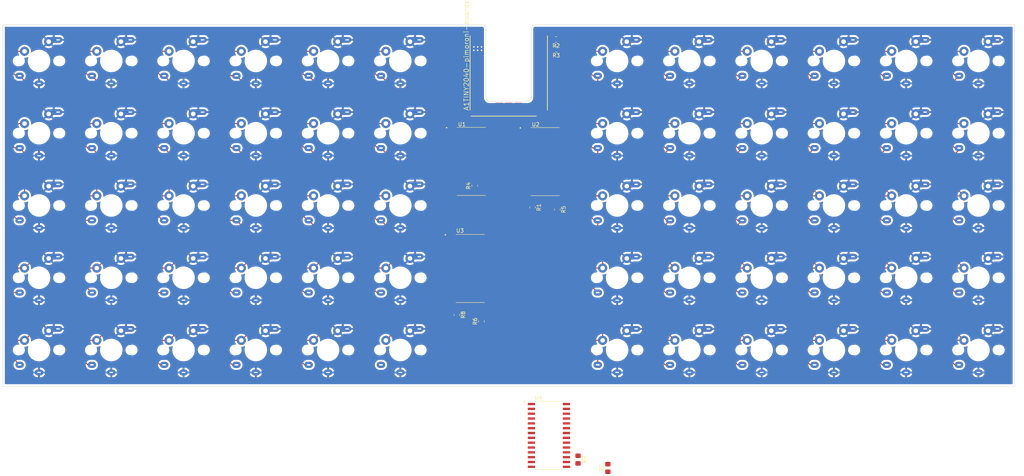
<source format=kicad_pcb>
(kicad_pcb (version 20211014) (generator pcbnew)
  (layers (0 "F.Cu" signal) (31 "B.Cu" power) (34 "B.Paste" user) (35 "F.Paste" user) (36 "B.SilkS" user "B.Silkscreen") (37 "F.SilkS" user "F.Silkscreen") (38 "B.Mask" user) (39 "F.Mask" user) (44 "Edge.Cuts" user))
  (net 0 "")
  (net 1 "/IIC_CLOCK")
  (net 2 "/IIC_DATA")
  (net 5 "/3v3")
  (net 15 "/GND")
  (net 20 "Net-(R1-Pad2)")
  (net 21 "Net-(R4-Pad1)")
  (net 22 "Net-(R5-Pad1)")
  (net 23 "Net-(R6-Pad1)")
  (net 24 "Net-(R7-Pad1)")
  (net 25 "Net-(R8-Pad2)")
  (net 26 "Net-(R9-Pad2)")
  (net 27 "/SW1")
  (net 28 "/SW2")
  (net 29 "/SW3")
  (net 30 "/SW4")
  (net 31 "/SW5")
  (net 32 "/SW6")
  (net 33 "/SW7")
  (net 34 "/SW8")
  (net 35 "/SW9")
  (net 36 "/SW10")
  (net 37 "/SW11")
  (net 38 "/SW12")
  (net 39 "/SW13")
  (net 40 "/SW14")
  (net 41 "/SW15")
  (net 42 "/SW16")
  (net 43 "/SW17")
  (net 44 "/SW18")
  (net 45 "/SW19")
  (net 46 "/SW20")
  (net 47 "/SW21")
  (net 48 "/SW22")
  (net 49 "/SW23")
  (net 50 "/SW24")
  (net 51 "/SW25")
  (net 52 "/SW26")
  (net 53 "/SW27")
  (net 54 "/SW28")
  (net 55 "/SW29")
  (net 56 "/SW30")
  (net 57 "/SW31")
  (net 58 "/SW32")
  (net 59 "/SW33")
  (net 60 "/SW34")
  (net 61 "/SW35")
  (net 62 "/SW36")
  (net 63 "/SW37")
  (net 64 "/SW38")
  (net 65 "/SW39")
  (net 66 "/SW40")
  (net 67 "/SW41")
  (net 68 "/SW42")
  (net 69 "/SW43")
  (net 70 "/SW44")
  (net 71 "/SW45")
  (net 72 "/SW46")
  (net 73 "/SW47")
  (net 74 "/SW48")
  (net 75 "/SW49")
  (net 76 "/SW50")
  (net 77 "/SW51")
  (net 78 "/SW52")
  (net 79 "/SW53")
  (net 80 "/SW54")
  (net 81 "/SW55")
  (net 82 "/SW56")
  (net 83 "/SW57")
  (net 84 "/SW58")
  (net 85 "/SW59")
  (net 86 "/SW60")
  (footprint "footprints:CherryMX_ChocV2_1u" (layer "F.Cu") (at 338.532 85.29)
    (fp_text reference "SW6" hide)
    (fp_text value "SW_MEC_5G" hide)
  )
  (footprint "Resistor_SMD:R_0805_2012Metric_Pad1.20x1.40mm_HandSolder" (layer "F.Cu") (at 227.502 79.646 180)
    (fp_text reference "R2")
    (fp_text value "4.7k")
  )
  (footprint "footprints:CherryMX_ChocV2_1u" (layer "F.Cu") (at 262.532 85.29)
    (fp_text reference "SW14" hide)
    (fp_text value "SW_MEC_5G" hide)
  )
  (footprint "footprints:CherryMX_ChocV2_1u" (layer "F.Cu") (at 186.532 85.29)
    (fp_text reference "SW1" hide)
    (fp_text value "SW_MEC_5G" hide)
  )
  (footprint "footprints:CherryMX_ChocV2_1u" (layer "F.Cu") (at 281.532 142.29)
    (fp_text reference "SW40" hide)
    (fp_text value "SW_MEC_5G" hide)
  )
  (footprint "footprints:CherryMX_ChocV2_1u" (layer "F.Cu") (at 319.532 85.29)
    (fp_text reference "SW8" hide)
    (fp_text value "SW_MEC_5G" hide)
  )
  (footprint "footprints:CherryMX_ChocV2_1u" (layer "F.Cu") (at 338.532 104.29)
    (fp_text reference "SW26" hide)
    (fp_text value "SW_MEC_5G" hide)
  )
  (footprint "Resistor_SMD:R_0805_2012Metric_Pad1.20x1.40mm_HandSolder" (layer "F.Cu") (at 206.1 118.1 90)
    (fp_text reference "R4")
    (fp_text value "10k")
  )
  (footprint "footprints:CherryMX_ChocV2_1u" (layer "F.Cu") (at 129.532 123.29)
    (fp_text reference "SW31" hide)
    (fp_text value "SW_MEC_5G" hide)
  )
  (footprint "footprints:CherryMX_ChocV2_1u" (layer "F.Cu") (at 262.532 123.29)
    (fp_text reference "SW22" hide)
    (fp_text value "SW_MEC_5G" hide)
  )
  (footprint "Resistor_SMD:R_0805_2012Metric_Pad1.20x1.40mm_HandSolder" (layer "F.Cu") (at 233.25 190.1 -90)
    (fp_text reference "R9")
    (fp_text value "10k")
  )
  (footprint "Resistor_SMD:R_0805_2012Metric_Pad1.20x1.40mm_HandSolder" (layer "F.Cu") (at 227.518 82.186 180)
    (fp_text reference "R3")
    (fp_text value "4.7k")
  )
  (footprint "footprints:CherryMX_ChocV2_1u" (layer "F.Cu") (at 338.532 123.29)
    (fp_text reference "SW46" hide)
    (fp_text value "SW_MEC_5G" hide)
  )
  (footprint "footprints:CherryMX_ChocV2_1u" (layer "F.Cu") (at 110.532 123.29)
    (fp_text reference "SW33" hide)
    (fp_text value "SW_MEC_5G" hide)
  )
  (footprint "footprints:CherryMX_ChocV2_1u" (layer "F.Cu") (at 319.532 142.29)
    (fp_text reference "SW36" hide)
    (fp_text value "SW_MEC_5G" hide)
  )
  (footprint "footprints:CherryMX_ChocV2_1u" (layer "F.Cu") (at 319.532 123.29)
    (fp_text reference "SW48" hide)
    (fp_text value "SW_MEC_5G" hide)
  )
  (footprint "footprints:CherryMX_ChocV2_1u" (layer "F.Cu") (at 167.532 104.29)
    (fp_text reference "SW15" hide)
    (fp_text value "SW_MEC_5G" hide)
  )
  (footprint "footprints:CherryMX_ChocV2_1u" (layer "F.Cu") (at 243.532 123.29)
    (fp_text reference "SW24" hide)
    (fp_text value "SW_MEC_5G" hide)
  )
  (footprint "footprints:CherryMX_ChocV2_1u" (layer "F.Cu") (at 186.532 123.29)
    (fp_text reference "SW25" hide)
    (fp_text value "SW_MEC_5G" hide)
  )
  (footprint "footprints:CherryMX_ChocV2_1u" (layer "F.Cu") (at 110.532 104.29)
    (fp_text reference "SW21" hide)
    (fp_text value "SW_MEC_5G" hide)
  )
  (footprint "footprints:CherryMX_ChocV2_1u" (layer "F.Cu") (at 319.532 104.29)
    (fp_text reference "SW28" hide)
    (fp_text value "SW_MEC_5G" hide)
  )
  (footprint "footprints:CherryMX_ChocV2_1u" (layer "F.Cu") (at 91.532 104.29)
    (fp_text reference "SW23" hide)
    (fp_text value "SW_MEC_5G" hide)
  )
  (footprint "footprints:CherryMX_ChocV2_1u" (layer "F.Cu") (at 300.532 123.29)
    (fp_text reference "SW18" hide)
    (fp_text value "SW_MEC_5G" hide)
  )
  (footprint "footprints:CherryMX_ChocV2_1u" (layer "F.Cu") (at 129.532 104.29)
    (fp_text reference "SW19" hide)
    (fp_text value "SW_MEC_5G" hide)
  )
  (footprint "footprints:CherryMX_ChocV2_1u" (layer "F.Cu") (at 300.532 161.29)
    (fp_text reference "SW56" hide)
    (fp_text value "SW_MEC_5G" hide)
  )
  (footprint "footprints:CherryMX_ChocV2_1u" (layer "F.Cu") (at 338.532 142.29)
    (fp_text reference "SW34" hide)
    (fp_text value "SW_MEC_5G" hide)
  )
  (footprint "footprints:CherryMX_ChocV2_1u" (layer "F.Cu") (at 300.532 142.29)
    (fp_text reference "SW38" hide)
    (fp_text value "SW_MEC_5G" hide)
  )
  (footprint "footprints:CherryMX_ChocV2_1u" (layer "F.Cu") (at 338.532 161.29)
    (fp_text reference "SW60" hide)
    (fp_text value "SW_MEC_5G" hide)
  )
  (footprint "footprints:CherryMX_ChocV2_1u" (layer "F.Cu") (at 148.532 85.29)
    (fp_text reference "SW5" hide)
    (fp_text value "SW_MEC_5G" hide)
  )
  (footprint "footprints:CherryMX_ChocV2_1u" (layer "F.Cu") (at 110.532 161.29)
    (fp_text reference "SW57" hide)
    (fp_text value "SW_MEC_5G" hide)
  )
  (footprint "footprints:pimoroni-boards-TINY2040" (layer "F.Cu") (at 215.032 78.29 -90)
    (fp_text reference "A1")
    (fp_text value "TINY2040-pimoroni-boards")
  )
  (footprint "footprints:CherryMX_ChocV2_1u" (layer "F.Cu") (at 262.532 104.29)
    (fp_text reference "SW4" hide)
    (fp_text value "SW_MEC_5G" hide)
  )
  (footprint "Resistor_SMD:R_0805_2012Metric_Pad1.20x1.40mm_HandSolder" (layer "F.Cu") (at 207.85 153.75 90)
    (fp_text reference "R6")
    (fp_text value "10k")
  )
  (footprint "footprints:CherryMX_ChocV2_1u" (layer "F.Cu") (at 243.532 85.29)
    (fp_text reference "SW16" hide)
    (fp_text value "SW_MEC_5G" hide)
  )
  (footprint "footprints:CherryMX_ChocV2_1u" (layer "F.Cu") (at 148.532 161.29)
    (fp_text reference "SW53" hide)
    (fp_text value "SW_MEC_5G" hide)
  )
  (footprint "footprints:SOIC127P1030X265-28N" (layer "F.Cu") (at 204.8875 139.85)
    (fp_text reference "U3")
    (fp_text value "MCP23017-E/SO")
  )
  (footprint "footprints:CherryMX_ChocV2_1u" (layer "F.Cu") (at 186.532 104.29)
    (fp_text reference "SW13" hide)
    (fp_text value "SW_MEC_5G" hide)
  )
  (footprint "footprints:CherryMX_ChocV2_1u" (layer "F.Cu") (at 281.532 123.29)
    (fp_text reference "SW20" hide)
    (fp_text value "SW_MEC_5G" hide)
  )
  (footprint "footprints:CherryMX_ChocV2_1u" (layer "F.Cu") (at 148.532 104.29)
    (fp_text reference "SW17" hide)
    (fp_text value "SW_MEC_5G" hide)
  )
  (footprint "footprints:CherryMX_ChocV2_1u" (layer "F.Cu") (at 243.532 142.29)
    (fp_text reference "SW44" hide)
    (fp_text value "SW_MEC_5G" hide)
  )
  (footprint "footprints:CherryMX_ChocV2_1u" (layer "F.Cu") (at 148.532 123.29)
    (fp_text reference "SW29" hide)
    (fp_text value "SW_MEC_5G" hide)
  )
  (footprint "footprints:CherryMX_ChocV2_1u" (layer "F.Cu") (at 167.532 123.29)
    (fp_text reference "SW27" hide)
    (fp_text value "SW_MEC_5G" hide)
  )
  (footprint "footprints:CherryMX_ChocV2_1u" (layer "F.Cu") (at 167.532 85.29)
    (fp_text reference "SW3" hide)
    (fp_text value "SW_MEC_5G" hide)
  )
  (footprint "footprints:CherryMX_ChocV2_1u" (layer "F.Cu") (at 110.532 85.29)
    (fp_text reference "SW9" hide)
    (fp_text value "SW_MEC_5G" hide)
  )
  (footprint "footprints:CherryMX_ChocV2_1u" (layer "F.Cu") (at 262.532 161.29)
    (fp_text reference "SW52" hide)
    (fp_text value "SW_MEC_5G" hide)
  )
  (footprint "Resistor_SMD:R_0805_2012Metric_Pad1.20x1.40mm_HandSolder" (layer "F.Cu") (at 241.1 192.3 90)
    (fp_text reference "R7")
    (fp_text value "10k")
  )
  (footprint "footprints:CherryMX_ChocV2_1u" (layer "F.Cu") (at 167.532 142.29)
    (fp_text reference "SW39" hide)
    (fp_text value "SW_MEC_5G" hide)
  )
  (footprint "footprints:CherryMX_ChocV2_1u" (layer "F.Cu") (at 281.532 85.29)
    (fp_text reference "SW12" hide)
    (fp_text value "SW_MEC_5G" hide)
  )
  (footprint "Resistor_SMD:R_0805_2012Metric_Pad1.20x1.40mm_HandSolder" (layer "F.Cu") (at 221.3 123.8 -90)
    (fp_text reference "R1")
    (fp_text value "10k")
  )
  (footprint "Resistor_SMD:R_0805_2012Metric_Pad1.20x1.40mm_HandSolder" (layer "F.Cu") (at 227.8 124.35 -90)
    (fp_text reference "R5")
    (fp_text value "10k")
  )
  (footprint "footprints:CherryMX_ChocV2_1u" (layer "F.Cu") (at 262.532 142.29)
    (fp_text reference "SW42" hide)
    (fp_text value "SW_MEC_5G" hide)
  )
  (footprint "footprints:CherryMX_ChocV2_1u" (layer "F.Cu") (at 91.532 123.29)
    (fp_text reference "SW35" hide)
    (fp_text value "SW_MEC_5G" hide)
  )
  (footprint "footprints:CherryMX_ChocV2_1u" (layer "F.Cu") (at 319.532 161.29)
    (fp_text reference "SW58" hide)
    (fp_text value "SW_MEC_5G" hide)
  )
  (footprint "footprints:CherryMX_ChocV2_1u" (layer "F.Cu") (at 300.532 85.29)
    (fp_text reference "SW10" hide)
    (fp_text value "SW_MEC_5G" hide)
  )
  (footprint "footprints:CherryMX_ChocV2_1u" (layer "F.Cu") (at 243.532 161.29)
    (fp_text reference "SW50" hide)
    (fp_text value "SW_MEC_5G" hide)
  )
  (footprint "footprints:CherryMX_ChocV2_1u" (layer "F.Cu") (at 167.532 161.29)
    (fp_text reference "SW51" hide)
    (fp_text value "SW_MEC_5G" hide)
  )
  (footprint "footprints:CherryMX_ChocV2_1u" (layer "F.Cu") (at 186.532 161.29)
    (fp_text reference "SW49" hide)
    (fp_text value "SW_MEC_5G" hide)
  )
  (footprint "footprints:CherryMX_ChocV2_1u" (layer "F.Cu") (at 129.532 142.29)
    (fp_text reference "SW43" hide)
    (fp_text value "SW_MEC_5G" hide)
  )
  (footprint "footprints:SOIC127P1030X265-28N" (layer "F.Cu") (at 225.6 183.75)
    (fp_text reference "U4")
    (fp_text value "MCP23017-E/SO")
  )
  (footprint "footprints:CherryMX_ChocV2_1u" (layer "F.Cu") (at 110.532 142.29)
    (fp_text reference "SW45" hide)
    (fp_text value "SW_MEC_5G" hide)
  )
  (footprint "footprints:SOIC127P1030X265-28N" (layer "F.Cu") (at 205.1875 111.7)
    (fp_text reference "U1")
    (fp_text value "MCP23017-E/SO")
  )
  (footprint "footprints:CherryMX_ChocV2_1u" (layer "F.Cu") (at 300.532 104.29)
    (fp_text reference "SW30" hide)
    (fp_text value "SW_MEC_5G" hide)
  )
  (footprint "footprints:CherryMX_ChocV2_1u" (layer "F.Cu") (at 129.532 161.29)
    (fp_text reference "SW55" hide)
    (fp_text value "SW_MEC_5G" hide)
  )
  (footprint "footprints:CherryMX_ChocV2_1u" (layer "F.Cu") (at 243.532 104.29)
    (fp_text reference "SW2" hide)
    (fp_text value "SW_MEC_5G" hide)
  )
  (footprint "footprints:SOIC127P1030X265-28N" (layer "F.Cu") (at 224.5875 111.75)
    (fp_text reference "U2")
    (fp_text value "MCP23017-E/SO")
  )
  (footprint "footprints:CherryMX_ChocV2_1u" (layer "F.Cu") (at 91.532 161.29)
    (fp_text reference "SW59" hide)
    (fp_text value "SW_MEC_5G" hide)
  )
  (footprint "footprints:CherryMX_ChocV2_1u" (layer "F.Cu") (at 129.532 85.29)
    (fp_text reference "SW7" hide)
    (fp_text value "SW_MEC_5G" hide)
  )
  (footprint "footprints:CherryMX_ChocV2_1u" (layer "F.Cu") (at 186.532 142.29)
    (fp_text reference "SW37" hide)
    (fp_text value "SW_MEC_5G" hide)
  )
  (footprint "footprints:CherryMX_ChocV2_1u" (layer "F.Cu") (at 281.532 161.29)
    (fp_text reference "SW54" hide)
    (fp_text value "SW_MEC_5G" hide)
  )
  (footprint "Resistor_SMD:R_0805_2012Metric_Pad1.20x1.40mm_HandSolder" (layer "F.Cu") (at 201.4 152.05 -90)
    (fp_text reference "R8")
    (fp_text value "10k")
  )
  (footprint "footprints:CherryMX_ChocV2_1u" (layer "F.Cu") (at 91.532 142.29)
    (fp_text reference "SW47" hide)
    (fp_text value "SW_MEC_5G" hide)
  )
  (footprint "footprints:CherryMX_ChocV2_1u" (layer "F.Cu") (at 91.532 85.29)
    (fp_text reference "SW11" hide)
    (fp_text value "SW_MEC_5G" hide)
  )
  (footprint "footprints:CherryMX_ChocV2_1u" (layer "F.Cu") (at 148.532 142.29)
    (fp_text reference "SW41" hide)
    (fp_text value "SW_MEC_5G" hide)
  )
  (footprint "footprints:CherryMX_ChocV2_1u" (layer "F.Cu") (at 281.532 104.29)
    (fp_text reference "SW32" hide)
    (fp_text value "SW_MEC_5G" hide)
  )
  (gr_line (start 221.969752 75.789544) (end 348.031752 75.789544) (layer "Edge.Cuts") (width 0.1))
  (gr_line (start 348.031752 170.789544) (end 82.031752 170.789544) (layer "Edge.Cuts") (width 0.1))
  (gr_arc (start 208.031752 75.789544) (mid 208.738859 76.082437) (end 209.031752 76.789544) (layer "Edge.Cuts") (width 0.1))
  (gr_line (start 219.931752 95.855544) (end 219.969752 95.855544) (layer "Edge.Cuts") (width 0.1))
  (gr_line (start 209.031752 76.789544) (end 209.031752 94.789544) (layer "Edge.Cuts") (width 0.1))
  (gr_line (start 208.031752 75.789544) (end 82.031752 75.789544) (layer "Edge.Cuts") (width 0.1))
  (gr_arc (start 220.969752 76.789544) (mid 221.262645 76.082437) (end 221.969752 75.789544) (layer "Edge.Cuts") (width 0.1))
  (gr_line (start 348.031752 75.789544) (end 348.031752 170.789544) (layer "Edge.Cuts") (width 0.1))
  (gr_line (start 210.031752 95.855544) (end 219.931752 95.855544) (layer "Edge.Cuts") (width 0.1))
  (gr_line (start 82.031752 170.789544) (end 82.031752 75.789544) (layer "Edge.Cuts") (width 0.1))
  (gr_line (start 220.969752 76.789544) (end 220.969752 94.855544) (layer "Edge.Cuts") (width 0.1))
  (gr_line (start 209.031752 94.855544) (end 209.031752 94.789544) (layer "Edge.Cuts") (width 0.1))
  (gr_arc (start 210.031752 95.855544) (mid 209.324645 95.562651) (end 209.031752 94.855544) (layer "Edge.Cuts") (width 0.1))
  (gr_arc (start 220.969752 94.855544) (mid 220.676859 95.562651) (end 219.969752 95.855544) (layer "Edge.Cuts") (width 0.1))
  (segment (start 204.56 84.64) (end 206.86336 84.64) (width 0.5) (layer "F.Cu") (net 5))
  (segment (start 202.9 86.3) (end 204.56 84.64) (width 0.5) (layer "F.Cu") (net 5))
  (via (at 205.869752 82.489544) (size 0.8) (drill 0.4) (layers "F.Cu" "B.Cu") (net 15))
  (via (at 207.869752 82.489544) (size 0.8) (drill 0.4) (layers "F.Cu" "B.Cu") (net 15))
  (via (at 206.869752 81.589544) (size 0.8) (drill 0.4) (layers "F.Cu" "B.Cu") (net 15))
  (via (at 206.869752 82.489544) (size 0.8) (drill 0.4) (layers "F.Cu" "B.Cu") (net 15))
  (via (at 207.869752 81.589544) (size 0.8) (drill 0.4) (layers "F.Cu" "B.Cu") (net 15))
  (via (at 205.869752 81.589544) (size 0.8) (drill 0.4) (layers "F.Cu" "B.Cu") (net 15))
  (segment (start 184.807 92.565) (end 187.385 92.565) (width 0.25) (layer "F.Cu") (net 27))
  (segment (start 187.385 92.565) (end 193.15 92.565) (width 0.25) (layer "F.Cu") (net 27))
  (segment (start 182.722 82.75) (end 179.739479 82.75) (width 0.25) (layer "F.Cu") (net 27))
  (segment (start 181.732 89.19) (end 181.432 89.19) (width 0.25) (layer "F.Cu") (net 27))
  (segment (start 187.385 92.565) (end 187.735 92.565) (width 0.25) (layer "F.Cu") (net 27))
  (segment (start 179.069752 87.789544) (end 180.470208 89.19) (width 0.25) (layer "F.Cu") (net 27))
  (segment (start 179.739479 82.75) (end 179.069752 83.419727) (width 0.25) (layer "F.Cu") (net 27))
  (segment (start 179.069752 83.419727) (end 179.069752 87.789544) (width 0.25) (layer "F.Cu") (net 27))
  (segment (start 180.470208 89.19) (end 181.432 89.19) (width 0.25) (layer "F.Cu") (net 27))
  (segment (start 181.432 89.19) (end 184.807 92.565) (width 0.25) (layer "F.Cu") (net 27))
  (segment (start 236.09474 102.39474) (end 235.929752 102.559727) (width 0.25) (layer "F.Cu") (net 28))
  (segment (start 237.465 111.565) (end 236.8 111.565) (width 0.25) (layer "F.Cu") (net 28))
  (segment (start 236.739479 101.75) (end 236.09474 102.39474) (width 0.25) (layer "F.Cu") (net 28))
  (segment (start 238.432 110.598) (end 237.465 111.565) (width 0.25) (layer "F.Cu") (net 28))
  (segment (start 235.929752 106.969544) (end 237.150208 108.19) (width 0.25) (layer "F.Cu") (net 28))
  (segment (start 237.150208 108.19) (end 238.432 108.19) (width 0.25) (layer "F.Cu") (net 28))
  (segment (start 238.432 108.19) (end 238.432 110.598) (width 0.25) (layer "F.Cu") (net 28))
  (segment (start 239.722 101.75) (end 236.739479 101.75) (width 0.25) (layer "F.Cu") (net 28))
  (segment (start 235.929752 102.559727) (end 235.929752 106.969544) (width 0.25) (layer "F.Cu") (net 28))
  (segment (start 163.722 82.75) (end 160.739479 82.75) (width 0.25) (layer "F.Cu") (net 29))
  (segment (start 160.069752 87.789544) (end 161.470208 89.19) (width 0.25) (layer "F.Cu") (net 29))
  (segment (start 162.432 89.19) (end 166.257 93.015) (width 0.25) (layer "F.Cu") (net 29))
  (segment (start 187.75 93.015) (end 193.15 93.015) (width 0.25) (layer "F.Cu") (net 29))
  (segment (start 161.470208 89.19) (end 162.432 89.19) (width 0.25) (layer "F.Cu") (net 29))
  (segment (start 160.069752 83.419727) (end 160.069752 87.789544) (width 0.25) (layer "F.Cu") (net 29))
  (segment (start 160.739479 82.75) (end 160.069752 83.419727) (width 0.25) (layer "F.Cu") (net 29))
  (segment (start 166.257 93.015) (end 187.75 93.015) (width 0.25) (layer "F.Cu") (net 29))
  (segment (start 253.607 112.015) (end 236.8 112.015) (width 0.25) (layer "F.Cu") (net 30))
  (segment (start 257.432 108.19) (end 253.607 112.015) (width 0.25) (layer "F.Cu") (net 30))
  (segment (start 254.889752 102.599727) (end 254.889752 106.849544) (width 0.25) (layer "F.Cu") (net 30))
  (segment (start 255.739479 101.75) (end 254.889752 102.599727) (width 0.25) (layer "F.Cu") (net 30))
  (segment (start 254.889752 106.849544) (end 256.230208 108.19) (width 0.25) (layer "F.Cu") (net 30))
  (segment (start 258.722 101.75) (end 255.739479 101.75) (width 0.25) (layer "F.Cu") (net 30))
  (segment (start 256.230208 108.19) (end 257.432 108.19) (width 0.25) (layer "F.Cu") (net 30))
  (segment (start 187.715 93.465) (end 193.15 93.465) (width 0.25) (layer "F.Cu") (net 31))
  (segment (start 144.722 82.75) (end 141.739479 82.75) (width 0.25) (layer "F.Cu") (net 31))
  (segment (start 140.969752 83.519727) (end 140.969752 88.089544) (width 0.25) (layer "F.Cu") (net 31))
  (segment (start 143.432 89.19) (end 147.707 93.465) (width 0.25) (layer "F.Cu") (net 31))
  (segment (start 142.070208 89.19) (end 143.432 89.19) (width 0.25) (layer "F.Cu") (net 31))
  (segment (start 147.707 93.465) (end 187.715 93.465) (width 0.25) (layer "F.Cu") (net 31))
  (segment (start 140.969752 88.089544) (end 142.070208 89.19) (width 0.25) (layer "F.Cu") (net 31))
  (segment (start 187.715 93.465) (end 187.75 93.465) (width 0.25) (layer "F.Cu") (net 31))
  (segment (start 141.739479 82.75) (end 140.969752 83.519727) (width 0.25) (layer "F.Cu") (net 31))
  (segment (start 331.739479 82.75) (end 331.019752 83.469727) (width 0.25) (layer "F.Cu") (net 32))
  (segment (start 331.019752 87.749544) (end 332.460208 89.19) (width 0.25) (layer "F.Cu") (net 32))
  (segment (start 327.772 94.85) (end 236.6 94.85) (width 0.25) (layer "F.Cu") (net 32))
  (segment (start 334.722 82.75) (end 331.739479 82.75) (width 0.25) (layer "F.Cu") (net 32))
  (segment (start 331.019752 83.469727) (end 331.019752 87.749544) (width 0.25) (layer "F.Cu") (net 32))
  (segment (start 333.432 89.19) (end 327.772 94.85) (width 0.25) (layer "F.Cu") (net 32))
  (segment (start 332.460208 89.19) (end 333.432 89.19) (width 0.25) (layer "F.Cu") (net 32))
  (segment (start 122.069752 87.689544) (end 123.570208 89.19) (width 0.25) (layer "F.Cu") (net 33))
  (segment (start 124.432 89.19) (end 129.157 93.915) (width 0.25) (layer "F.Cu") (net 33))
  (segment (start 122.069752 83.419727) (end 122.069752 87.689544) (width 0.25) (layer "F.Cu") (net 33))
  (segment (start 122.739479 82.75) (end 122.069752 83.419727) (width 0.25) (layer "F.Cu") (net 33))
  (segment (start 125.722 82.75) (end 122.739479 82.75) (width 0.25) (layer "F.Cu") (net 33))
  (segment (start 187.75 93.915) (end 193.15 93.915) (width 0.25) (layer "F.Cu") (net 33))
  (segment (start 123.570208 89.19) (end 124.432 89.19) (width 0.25) (layer "F.Cu") (net 33))
  (segment (start 129.157 93.915) (end 187.75 93.915) (width 0.25) (layer "F.Cu") (net 33))
  (segment (start 315.722 82.75) (end 312.739479 82.75) (width 0.25) (layer "F.Cu") (net 34))
  (segment (start 312.739479 82.75) (end 311.929752 83.559727) (width 0.25) (layer "F.Cu") (net 34))
  (segment (start 313.370208 89.19) (end 314.432 89.19) (width 0.25) (layer "F.Cu") (net 34))
  (segment (start 309.222 94.4) (end 237 94.4) (width 0.25) (layer "F.Cu") (net 34))
  (segment (start 311.929752 83.559727) (end 311.929752 87.749544) (width 0.25) (layer "F.Cu") (net 34))
  (segment (start 311.929752 87.749544) (end 313.370208 89.19) (width 0.25) (layer "F.Cu") (net 34))
  (segment (start 314.432 89.19) (end 309.222 94.4) (width 0.25) (layer "F.Cu") (net 34))
  (segment (start 237 94.4) (end 236.6 94.4) (width 0.25) (layer "F.Cu") (net 34))
  (segment (start 105.432 89.19) (end 110.607 94.365) (width 0.25) (layer "F.Cu") (net 35))
  (segment (start 104.570208 89.19) (end 105.432 89.19) (width 0.25) (layer "F.Cu") (net 35))
  (segment (start 103.739479 82.75) (end 103.069752 83.419727) (width 0.25) (layer "F.Cu") (net 35))
  (segment (start 103.069752 87.689544) (end 104.570208 89.19) (width 0.25) (layer "F.Cu") (net 35))
  (segment (start 103.069752 83.419727) (end 103.069752 87.689544) (width 0.25) (layer "F.Cu") (net 35))
  (segment (start 187.75 94.365) (end 193.15 94.365) (width 0.25) (layer "F.Cu") (net 35))
  (segment (start 106.722 82.75) (end 103.739479 82.75) (width 0.25) (layer "F.Cu") (net 35))
  (segment (start 110.607 94.365) (end 187.75 94.365) (width 0.25) (layer "F.Cu") (net 35))
  (segment (start 295.432 89.19) (end 295.132 89.19) (width 0.25) (layer "F.Cu") (net 36))
  (segment (start 293.739479 82.75) (end 292.939752 83.549727) (width 0.25) (layer "F.Cu") (net 36))
  (segment (start 290.372 93.95) (end 236.6 93.95) (width 0.25) (layer "F.Cu") (net 36))
  (segment (start 294.340208 89.19) (end 295.432 89.19) (width 0.25) (layer "F.Cu") (net 36))
  (segment (start 292.939752 87.789544) (end 294.340208 89.19) (width 0.25) (layer "F.Cu") (net 36))
  (segment (start 296.722 82.75) (end 293.739479 82.75) (width 0.25) (layer "F.Cu") (net 36))
  (segment (start 295.132 89.19) (end 290.372 93.95) (width 0.25) (layer "F.Cu") (net 36))
  (segment (start 292.939752 83.549727) (end 292.939752 87.789544) (width 0.25) (layer "F.Cu") (net 36))
  (segment (start 87.722 82.75) (end 85.95 82.75) (width 0.25) (layer "F.Cu") (net 37))
  (segment (start 85.95 82.75) (end 84.3 84.4) (width 0.25) (layer "F.Cu") (net 37))
  (segment (start 84.3 84.4) (end 84.3 88.019792) (width 0.25) (layer "F.Cu") (net 37))
  (segment (start 86.432 89.19) (end 92.057 94.815) (width 0.25) (layer "F.Cu") (net 37))
  (segment (start 84.3 88.019792) (end 85.470208 89.19) (width 0.25) (layer "F.Cu") (net 37))
  (segment (start 92.057 94.815) (end 193.115 94.815) (width 0.25) (layer "F.Cu") (net 37))
  (segment (start 85.470208 89.19) (end 86.432 89.19) (width 0.25) (layer "F.Cu") (net 37))
  (segment (start 276.432 89.268) (end 276.432 89.19) (width 0.25) (layer "F.Cu") (net 38))
  (segment (start 273.899752 83.589727) (end 273.899752 87.939544) (width 0.25) (layer "F.Cu") (net 38))
  (segment (start 277.722 82.75) (end 274.739479 82.75) (width 0.25) (layer "F.Cu") (net 38))
  (segment (start 237.2 93.5) (end 236.8 93.5) (width 0.25) (layer "F.Cu") (net 38))
  (segment (start 273.899752 87.939544) (end 275.150208 89.19) (width 0.25) (layer "F.Cu") (net 38))
  (segment (start 237.2 93.5) (end 237 93.5) (width 0.25) (layer "F.Cu") (net 38))
  (segment (start 275.150208 89.19) (end 276.432 89.19) (width 0.25) (layer "F.Cu") (net 38))
  (segment (start 274.739479 82.75) (end 273.899752 83.589727) (width 0.25) (layer "F.Cu") (net 38))
  (segment (start 237.2 93.5) (end 236.6 93.5) (width 0.25) (layer "F.Cu") (net 38))
  (segment (start 276.432 89.19) (end 272.122 93.5) (width 0.25) (layer "F.Cu") (net 38))
  (segment (start 272.122 93.5) (end 237.2 93.5) (width 0.25) (layer "F.Cu") (net 38))
  (segment (start 179.739479 101.75) (end 179.129752 102.359727) (width 0.25) (layer "F.Cu") (net 39))
  (segment (start 180.570208 108.19) (end 181.432 108.19) (width 0.25) (layer "F.Cu") (net 39))
  (segment (start 184.807 111.565) (end 188.065 111.565) (width 0.25) (layer "F.Cu") (net 39))
  (segment (start 179.129752 102.359727) (end 179.129752 106.749544) (width 0.25) (layer "F.Cu") (net 39))
  (segment (start 179.129752 106.749544) (end 180.570208 108.19) (width 0.25) (layer "F.Cu") (net 39))
  (segment (start 181.432 108.651792) (end 181.432 108.19) (width 0.25) (layer "F.Cu") (net 39))
  (segment (start 181.432 108.19) (end 184.807 111.565) (width 0.25) (layer "F.Cu") (net 39))
  (segment (start 182.722 101.75) (end 179.739479 101.75) (width 0.25) (layer "F.Cu") (net 39))
  (segment (start 188.065 111.565) (end 193.05 111.565) (width 0.25) (layer "F.Cu") (net 39))
  (segment (start 256.350208 89.19) (end 257.432 89.19) (width 0.25) (layer "F.Cu") (net 40))
  (segment (start 257.132 89.19) (end 253.272 93.05) (width 0.25) (layer "F.Cu") (net 40))
  (segment (start 254.959752 87.799544) (end 256.350208 89.19) (width 0.25) (layer "F.Cu") (net 40))
  (segment (start 258.722 82.75) (end 255.739479 82.75) (width 0.25) (layer "F.Cu") (net 40))
  (segment (start 255.739479 82.75) (end 254.959752 83.529727) (width 0.25) (layer "F.Cu") (net 40))
  (segment (start 253.272 93.05) (end 236.6 93.05) (width 0.25) (layer "F.Cu") (net 40))
  (segment (start 257.132 89.19) (end 257.432 89.19) (width 0.25) (layer "F.Cu") (net 40))
  (segment (start 254.959752 83.529727) (end 254.959752 87.799544) (width 0.25) (layer "F.Cu") (net 40))
  (segment (start 163.722 101.75) (end 160.739479 101.75) (width 0.25) (layer "F.Cu") (net 41))
  (segment (start 160.739479 101.75) (end 160.019752 102.469727) (width 0.25) (layer "F.Cu") (net 41))
  (segment (start 160.019752 106.829544) (end 161.380208 108.19) (width 0.25) (layer "F.Cu") (net 41))
  (segment (start 187.75 112.015) (end 188.1 112.015) (width 0.25) (layer "F.Cu") (net 41))
  (segment (start 188.1 112.015) (end 193.05 112.015) (width 0.25) (layer "F.Cu") (net 41))
  (segment (start 162.432 108.19) (end 166.257 112.015) (width 0.25) (layer "F.Cu") (net 41))
  (segment (start 162.432 108.19) (end 162.732 108.19) (width 0.25) (layer "F.Cu") (net 41))
  (segment (start 160.019752 102.469727) (end 160.019752 106.829544) (width 0.25) (layer "F.Cu") (net 41))
  (segment (start 161.380208 108.19) (end 162.432 108.19) (width 0.25) (layer "F.Cu") (net 41))
  (segment (start 166.257 112.015) (end 187.75 112.015) (width 0.25) (layer "F.Cu") (net 41))
  (segment (start 238.432 89.19) (end 238.432 91.598) (width 0.25) (layer "F.Cu") (net 42))
  (segment (start 238.432 91.598) (end 237.465 92.565) (width 0.25) (layer "F.Cu") (net 42))
  (segment (start 237.43 92.6) (end 236.6 92.6) (width 0.25) (layer "F.Cu") (net 42))
  (segment (start 239.722 82.75) (end 236.739479 82.75) (width 0.25) (layer "F.Cu") (net 42))
  (segment (start 237.210208 89.19) (end 238.432 89.19) (width 0.25) (layer "F.Cu") (net 42))
  (segment (start 236.739479 82.75) (end 235.869752 83.619727) (width 0.25) (layer "F.Cu") (net 42))
  (segment (start 235.869752 83.619727) (end 235.869752 87.849544) (width 0.25) (layer "F.Cu") (net 42))
  (segment (start 237.465 92.565) (end 237.43 92.6) (width 0.25) (layer "F.Cu") (net 42))
  (segment (start 235.869752 87.849544) (end 237.210208 89.19) (width 0.25) (layer "F.Cu") (net 42))
  (segment (start 140.969752 102.519727) (end 140.969752 106.909544) (width 0.25) (layer "F.Cu") (net 43))
  (segment (start 144.722 101.75) (end 141.739479 101.75) (width 0.25) (layer "F.Cu") (net 43))
  (segment (start 140.969752 106.909544) (end 142.250208 108.19) (width 0.25) (layer "F.Cu") (net 43))
  (segment (start 147.707 112.465) (end 188.1 112.465) (width 0.25) (layer "F.Cu") (net 43))
  (segment (start 142.250208 108.19) (end 143.432 108.19) (width 0.25) (layer "F.Cu") (net 43))
  (segment (start 188.1 112.465) (end 193.05 112.465) (width 0.25) (layer "F.Cu") (net 43))
  (segment (start 143.432 108.19) (end 147.707 112.465) (width 0.25) (layer "F.Cu") (net 43))
  (segment (start 143.432 108.19) (end 143.732 108.19) (width 0.25) (layer "F.Cu") (net 43))
  (segment (start 141.739479 101.75) (end 140.969752 102.519727) (width 0.25) (layer "F.Cu") (net 43))
  (segment (start 294.410208 127.19) (end 295.432 127.19) (width 0.25) (layer "F.Cu") (net 44))
  (segment (start 296.722 120.75) (end 293.739479 120.75) (width 0.25) (layer "F.Cu") (net 44))
  (segment (start 293.039752 125.819544) (end 294.410208 127.19) (width 0.25) (layer "F.Cu") (net 44))
  (segment (start 293.039752 121.449727) (end 293.039752 125.819544) (width 0.25) (layer "F.Cu") (net 44))
  (segment (start 293.739479 120.75) (end 293.039752 121.449727) (width 0.25) (layer "F.Cu") (net 44))
  (segment (start 291.137 115.165) (end 236.8 115.165) (width 0.25) (layer "F.Cu") (net 44))
  (segment (start 296.722 120.75) (end 291.137 115.165) (width 0.25) (layer "F.Cu") (net 44))
  (segment (start 124.432 108.19) (end 129.157 112.915) (width 0.25) (layer "F.Cu") (net 45))
  (segment (start 124.432 108.951792) (end 124.432 108.19) (width 0.25) (layer "F.Cu") (net 45))
  (segment (start 121.879752 102.609727) (end 121.879752 106.859544) (width 0.25) (layer "F.Cu") (net 45))
  (segment (start 125.722 101.75) (end 122.739479 101.75) (width 0.25) (layer "F.Cu") (net 45))
  (segment (start 129.157 112.915) (end 188.1 112.915) (width 0.25) (layer "F.Cu") (net 45))
  (segment (start 122.739479 101.75) (end 121.879752 102.609727) (width 0.25) (layer "F.Cu") (net 45))
  (segment (start 123.210208 108.19) (end 124.432 108.19) (width 0.25) (layer "F.Cu") (net 45))
  (segment (start 121.879752 106.859544) (end 123.210208 108.19) (width 0.25) (layer "F.Cu") (net 45))
  (segment (start 188.1 112.915) (end 193.05 112.915) (width 0.25) (layer "F.Cu") (net 45))
  (segment (start 273.899752 125.879544) (end 275.210208 127.19) (width 0.25) (layer "F.Cu") (net 46))
  (segment (start 273.899752 121.589727) (end 273.899752 125.879544) (width 0.25) (layer "F.Cu") (net 46))
  (segment (start 277.722 120.75) (end 274.739479 120.75) (width 0.25) (layer "F.Cu") (net 46))
  (segment (start 276.432 127.19) (end 272.157 131.465) (width 0.25) (layer "F.Cu") (net 46))
  (segment (start 272.157 131.465) (end 236.6 131.465) (width 0.25) (layer "F.Cu") (net 46))
  (segment (start 275.210208 127.19) (end 276.432 127.19) (width 0.25) (layer "F.Cu") (net 46))
  (segment (start 274.739479 120.75) (end 273.899752 121.589727) (width 0.25) (layer "F.Cu") (net 46))
  (segment (start 103.059752 102.429727) (end 103.059752 106.909544) (width 0.25) (layer "F.Cu") (net 47))
  (segment (start 104.340208 108.19) (end 105.432 108.19) (width 0.25) (layer "F.Cu") (net 47))
  (segment (start 188.1 113.365) (end 193.05 113.365) (width 0.25) (layer "F.Cu") (net 47))
  (segment (start 105.432 108.651792) (end 105.432 108.19) (width 0.25) (layer "F.Cu") (net 47))
  (segment (start 103.739479 101.75) (end 103.059752 102.429727) (width 0.25) (layer "F.Cu") (net 47))
  (segment (start 110.607 113.365) (end 188.1 113.365) (width 0.25) (layer "F.Cu") (net 47))
  (segment (start 105.432 108.19) (end 110.607 113.365) (width 0.25) (layer "F.Cu") (net 47))
  (segment (start 103.059752 106.909544) (end 104.340208 108.19) (width 0.25) (layer "F.Cu") (net 47))
  (segment (start 106.722 101.75) (end 103.739479 101.75) (width 0.25) (layer "F.Cu") (net 47))
  (segment (start 237.048604 131.015) (end 236.6 131.015) (width 0.25) (layer "F.Cu") (net 48))
  (segment (start 255.089752 125.739544) (end 256.540208 127.19) (width 0.25) (layer "F.Cu") (net 48))
  (segment (start 255.739479 120.75) (end 255.089752 121.399727) (width 0.25) (layer "F.Cu") (net 48))
  (segment (start 256.540208 127.19) (end 257.432 127.19) (width 0.25) (layer "F.Cu") (net 48))
  (segment (start 257.432 127.19) (end 253.607 131.015) (width 0.25) (layer "F.Cu") (net 48))
  (segment (start 258.722 120.75) (end 255.739479 120.75) (width 0.25) (layer "F.Cu") (net 48))
  (segment (start 255.089752 121.399727) (end 255.089752 125.739544) (width 0.25) (layer "F.Cu") (net 48))
  (segment (start 253.607 131.015) (end 237.048604 131.015) (width 0.25) (layer "F.Cu") (net 48))
  (segment (start 84.295104 103.704896) (end 84.295104 107.304896) (width 0.25) (layer "F.Cu") (net 49))
  (segment (start 85.180208 108.19) (end 86.432 108.19) (width 0.25) (layer "F.Cu") (net 49))
  (segment (start 86.25 101.75) (end 84.295104 103.704896) (width 0.25) (layer "F.Cu") (net 49))
  (segment (start 87.722 101.75) (end 86.25 101.75) (width 0.25) (layer "F.Cu") (net 49))
  (segment (start 86.432 108.251792) (end 86.432 108.19) (width 0.25) (layer "F.Cu") (net 49))
  (segment (start 84.295104 107.304896) (end 85.180208 108.19) (width 0.25) (layer "F.Cu") (net 49))
  (segment (start 188.1 113.815) (end 193.05 113.815) (width 0.25) (layer "F.Cu") (net 49))
  (segment (start 86.432 108.19) (end 92.057 113.815) (width 0.25) (layer "F.Cu") (net 49))
  (segment (start 92.057 113.815) (end 188.1 113.815) (width 0.25) (layer "F.Cu") (net 49))
  (segment (start 237.510208 127.19) (end 238.432 127.19) (width 0.25) (layer "F.Cu") (net 50))
  (segment (start 239.722 120.75) (end 236.739479 120.75) (width 0.25) (layer "F.Cu") (net 50))
  (segment (start 238.432 129.368) (end 237.235 130.565) (width 0.25) (layer "F.Cu") (net 50))
  (segment (start 238.432 127.19) (end 238.432 129.368) (width 0.25) (layer "F.Cu") (net 50))
  (segment (start 239.722 120.75) (end 237 120.75) (width 0.25) (layer "F.Cu") (net 50))
  (segment (start 236.129752 121.359727) (end 236.129752 125.809544) (width 0.25) (layer "F.Cu") (net 50))
  (segment (start 236.129752 125.809544) (end 237.510208 127.19) (width 0.25) (layer "F.Cu") (net 50))
  (segment (start 237.235 130.565) (end 236.6 130.565) (width 0.25) (layer "F.Cu") (net 50))
  (segment (start 236.739479 120.75) (end 236.129752 121.359727) (width 0.25) (layer "F.Cu") (net 50))
  (segment (start 182.722 120.75) (end 179.739479 120.75) (width 0.25) (layer "F.Cu") (net 51))
  (segment (start 180.450208 127.19) (end 181.432 127.19) (width 0.25) (layer "F.Cu") (net 51))
  (segment (start 179.739479 120.75) (end 179.069752 121.419727) (width 0.25) (layer "F.Cu") (net 51))
  (segment (start 179.069752 125.809544) (end 180.450208 127.19) (width 0.25) (layer "F.Cu") (net 51))
  (segment (start 184.807 130.565) (end 187.35 130.565) (width 0.25) (layer "F.Cu") (net 51))
  (segment (start 181.432 127.19) (end 184.807 130.565) (width 0.25) (layer "F.Cu") (net 51))
  (segment (start 187.35 130.565) (end 193.085 130.565) (width 0.25) (layer "F.Cu") (net 51))
  (segment (start 179.069752 121.419727) (end 179.069752 125.809544) (width 0.25) (layer "F.Cu") (net 51))
  (segment (start 328.285 113.815) (end 236.8 113.815) (width 0.25) (layer "F.Cu") (net 52))
  (segment (start 333.432 108.668) (end 328.285 113.815) (width 0.25) (layer "F.Cu") (net 52))
  (segment (start 331.739479 101.75) (end 331.039752 102.449727) (width 0.25) (layer "F.Cu") (net 52))
  (segment (start 332.360208 108.19) (end 333.432 108.19) (width 0.25) (layer "F.Cu") (net 52))
  (segment (start 331.039752 102.449727) (end 331.039752 106.869544) (width 0.25) (layer "F.Cu") (net 52))
  (segment (start 334.722 101.75) (end 331.739479 101.75) (width 0.25) (layer "F.Cu") (net 52))
  (segment (start 331.039752 106.869544) (end 332.360208 108.19) (width 0.25) (layer "F.Cu") (net 52))
  (segment (start 333.432 108.19) (end 333.432 108.668) (width 0.25) (layer "F.Cu") (net 52))
  (segment (start 163.722 120.75) (end 161.194751 120.75) (width 0.25) (layer "F.Cu") (net 53))
  (segment (start 166.257 131.015) (end 193.1 131.015) (width 0.25) (layer "F.Cu") (net 53))
  (segment (start 159.55448 124.594272) (end 162.150208 127.19) (width 0.25) (layer "F.Cu") (net 53))
  (segment (start 159.55448 122.390271) (end 159.55448 124.594272) (width 0.25) (layer "F.Cu") (net 53))
  (segment (start 162.150208 127.19) (end 162.432 127.19) (width 0.25) (layer "F.Cu") (net 53))
  (segment (start 162.432 127.19) (end 162.432 127.351792) (width 0.25) (layer "F.Cu") (net 53))
  (segment (start 161.194751 120.75) (end 159.55448 122.390271) (width 0.25) (layer "F.Cu") (net 53))
  (segment (start 162.432 127.19) (end 166.257 131.015) (width 0.25) (layer "F.Cu") (net 53))
  (segment (start 312.739479 101.75) (end 311.949752 102.539727) (width 0.25) (layer "F.Cu") (net 54))
  (segment (start 311.949752 102.539727) (end 311.949752 106.849544) (width 0.25) (layer "F.Cu") (net 54))
  (segment (start 315.722 101.75) (end 312.739479 101.75) (width 0.25) (layer "F.Cu") (net 54))
  (segment (start 311.949752 106.849544) (end 313.290208 108.19) (width 0.25) (layer "F.Cu") (net 54))
  (segment (start 313.290208 108.19) (end 314.432 108.19) (width 0.25) (layer "F.Cu") (net 54))
  (segment (start 309.257 113.365) (end 236.8 113.365) (width 0.25) (layer "F.Cu") (net 54))
  (segment (start 314.432 108.19) (end 309.257 113.365) (width 0.25) (layer "F.Cu") (net 54))
  (segment (start 139.689752 122.799727) (end 139.689752 125.049544) (width 0.25) (layer "F.Cu") (net 55))
  (segment (start 143.432 127.19) (end 147.707 131.465) (width 0.25) (layer "F.Cu") (net 55))
  (segment (start 144.722 120.75) (end 141.739479 120.75) (width 0.25) (layer "F.Cu") (net 55))
  (segment (start 139.689752 125.049544) (end 141.830208 127.19) (width 0.25) (layer "F.Cu") (net 55))
  (segment (start 141.830208 127.19) (end 143.432 127.19) (width 0.25) (layer "F.Cu") (net 55))
  (segment (start 143.432 127.19) (end 143.732 127.19) (width 0.25) (layer "F.Cu") (net 55))
  (segment (start 147.707 131.465) (end 193.1 131.465) (width 0.25) (layer "F.Cu") (net 55))
  (segment (start 141.739479 120.75) (end 139.689752 122.799727) (width 0.25) (layer "F.Cu") (net 55))
  (segment (start 292.989752 106.739544) (end 294.440208 108.19) (width 0.25) (layer "F.Cu") (net 56))
  (segment (start 296.722 101.75) (end 293.739479 101.75) (width 0.25) (layer "F.Cu") (net 56))
  (segment (start 290.707 112.915) (end 236.8 112.915) (width 0.25) (layer "F.Cu") (net 56))
  (segment (start 292.989752 102.499727) (end 292.989752 106.739544) (width 0.25) (layer "F.Cu") (net 56))
  (segment (start 295.432 108.19) (end 290.707 112.915) (width 0.25) (layer "F.Cu") (net 56))
  (segment (start 293.739479 101.75) (end 292.989752 102.499727) (width 0.25) (layer "F.Cu") (net 56))
  (segment (start 294.440208 108.19) (end 295.432 108.19) (width 0.25) (layer "F.Cu") (net 56))
  (segment (start 193.035 115.165) (end 129.2 115.165) (width 0.25) (layer "F.Cu") (net 57))
  (segment (start 125.722 120.75) (end 122.739479 120.75) (width 0.25) (layer "F.Cu") (net 57))
  (segment (start 121.909752 125.049544) (end 124.050208 127.19) (width 0.25) (layer "F.Cu") (net 57))
  (segment (start 122.739479 120.75) (end 121.909752 121.579727) (width 0.25) (layer "F.Cu") (net 57))
  (segment (start 129.2 115.165) (end 125.722 118.643) (width 0.25) (layer "F.Cu") (net 57))
  (segment (start 125.722 118.643) (end 125.722 120.75) (width 0.25) (layer "F.Cu") (net 57))
  (segment (start 124.050208 127.19) (end 124.432 127.19) (width 0.25) (layer "F.Cu") (net 57))
  (segment (start 121.909752 121.579727) (end 121.909752 125.049544) (width 0.25) (layer "F.Cu") (net 57))
  (segment (start 272.157 112.465) (end 236.8 112.465) (width 0.25) (layer "F.Cu") (net 58))
  (segment (start 274.739479 101.75) (end 274.009752 102.479727) (width 0.25) (layer "F.Cu") (net 58))
  (segment (start 274.009752 102.479727) (end 274.009752 106.889544) (width 0.25) (layer "F.Cu") (net 58))
  (segment (start 274.009752 106.889544) (end 275.310208 108.19) (width 0.25) (layer "F.Cu") (net 58))
  (segment (start 277.722 101.75) (end 274.739479 101.75) (width 0.25) (layer "F.Cu") (net 58))
  (segment (start 276.432 108.19) (end 272.157 112.465) (width 0.25) (layer "F.Cu") (net 58))
  (segment (start 275.310208 108.19) (end 276.432 108.19) (width 0.25) (layer "F.Cu") (net 58))
  (segment (start 101.589752 122.899727) (end 101.589752 125.049544) (width 0.25) (layer "F.Cu") (net 59))
  (segment (start 106.722 118.643) (end 110.65 114.715) (width 0.25) (layer "F.Cu") (net 59))
  (segment (start 103.739479 120.75) (end 101.589752 122.899727) (width 0.25) (layer "F.Cu") (net 59))
  (segment (start 101.589752 125.049544) (end 103.730208 127.19) (width 0.25) (layer "F.Cu") (net 59))
  (segment (start 106.722 120.75) (end 106.722 118.643) (width 0.25) (layer "F.Cu") (net 59))
  (segment (start 106.722 120.75) (end 103.739479 120.75) (width 0.25) (layer "F.Cu") (net 59))
  (segment (start 188.1 114.715) (end 193.05 114.715) (width 0.25) (layer "F.Cu") (net 59))
  (segment (start 103.730208 127.19) (end 105.432 127.19) (width 0.25) (layer "F.Cu") (net 59))
  (segment (start 110.65 114.715) (end 188.1 114.715) (width 0.25) (layer "F.Cu") (net 59))
  (segment (start 334.722 139.75) (end 326.887 131.915) (width 0.25) (layer "F.Cu") (net 60))
  (segment (start 330.919752 144.629544) (end 332.480208 146.19) (width 0.25) (layer "F.Cu") (net 60))
  (segment (start 334.722 139.75) (end 331.739479 139.75) (width 0.25) (layer "F.Cu") (net 60))
  (segment (start 332.480208 146.19) (end 333.432 146.19) (width 0.25) (layer "F.Cu") (net 60))
  (segment (start 331.739479 139.75) (end 330.919752 140.569727) (width 0.25) (layer "F.Cu") (net 60))
  (segment (start 330.919752 140.569727) (end 330.919752 144.629544) (width 0.25) (layer "F.Cu") (net 60))
  (segment (start 326.887 131.915) (end 236.6 131.915) (width 0.25) (layer "F.Cu") (net 60))
  (segment (start 84.280104 125.519896) (end 86.349752 127.589544) (width 0.25) (layer "F.Cu") (net 61))
  (segment (start 188.1 114.265) (end 193.05 114.265) (width 0.25) (layer "F.Cu") (net 61))
  (segment (start 84.739479 120.75) (end 84.280104 121.209375) (width 0.25) (layer "F.Cu") (net 61))
  (segment (start 84.280104 121.209375) (end 84.280104 125.519896) (width 0.25) (layer "F.Cu") (net 61))
  (segment (start 86.349752 127.589544) (end 86.432 127.507296) (width 0.25) (layer "F.Cu") (net 61))
  (segment (start 86.432 127.507296) (end 86.432 127.19) (width 0.25) (layer "F.Cu") (net 61))
  (segment (start 87.722 120.75) (end 84.739479 120.75) (width 0.25) (layer "F.Cu") (net 61))
  (segment (start 87.722 118.643) (end 92.1 114.265) (width 0.25) (layer "F.Cu") (net 61))
  (segment (start 92.1 114.265) (end 188.1 114.265) (width 0.25) (layer "F.Cu") (net 61))
  (segment (start 87.722 120.75) (end 87.722 118.643) (width 0.25) (layer "F.Cu") (net 61))
  (segment (start 308.337 132.365) (end 236.6 132.365) (width 0.25) (layer "F.Cu") (net 62))
  (segment (start 315.722 139.75) (end 312.739479 139.75) (width 0.25) (layer "F.Cu") (net 62))
  (segment (start 311.979752 140.509727) (end 311.979752 144.839544) (width 0.25) (layer "F.Cu") (net 62))
  (segment (start 315.722 139.75) (end 308.337 132.365) (width 0.25) (layer "F.Cu") (net 62))
  (segment (start 312.739479 139.75) (end 311.979752 140.509727) (width 0.25) (layer "F.Cu") (net 62))
  (segment (start 313.330208 146.19) (end 314.432 146.19) (width 0.25) (layer "F.Cu") (net 62))
  (segment (start 311.979752 144.839544) (end 313.330208 146.19) (width 0.25) (layer "F.Cu") (net 62))
  (segment (start 179.739479 139.75) (end 178.969752 140.519727) (width 0.25) (layer "F.Cu") (net 63))
  (segment (start 178.969752 140.519727) (end 178.969752 144.789544) (width 0.25) (layer "F.Cu") (net 63))
  (segment (start 180.370208 146.19) (end 181.432 146.19) (width 0.25) (layer "F.Cu") (net 63))
  (segment (start 182.722 139.75) (end 179.739479 139.75) (width 0.25) (layer "F.Cu") (net 63))
  (segment (start 178.969752 144.789544) (end 180.370208 146.19) (width 0.25) (layer "F.Cu") (net 63))
  (segment (start 188.307 134.165) (end 193.1 134.165) (width 0.25) (layer "F.Cu") (net 63))
  (segment (start 182.722 139.75) (end 188.307 134.165) (width 0.25) (layer "F.Cu") (net 63))
  (segment (start 292.989752 140.499727) (end 292.989752 144.849544) (width 0.25) (layer "F.Cu") (net 64))
  (segment (start 292.989752 144.849544) (end 294.330208 146.19) (width 0.25) (layer "F.Cu") (net 64))
  (segment (start 294.330208 146.19) (end 295.432 146.19) (width 0.25) (layer "F.Cu") (net 64))
  (segment (start 289.787 132.815) (end 236.6 132.815) (width 0.25) (layer "F.Cu") (net 64))
  (segment (start 296.722 139.75) (end 289.787 132.815) (width 0.25) (layer "F.Cu") (net 64))
  (segment (start 293.739479 139.75) (end 292.989752 140.499727) (width 0.25) (layer "F.Cu") (net 64))
  (segment (start 296.722 139.75) (end 293.739479 139.75) (width 0.25) (layer "F.Cu") (net 64))
  (segment (start 161.370208 146.19) (end 162.432 146.19) (width 0.25) (layer "F.Cu") (net 65))
  (segment (start 159.969752 140.519727) (end 159.969752 144.789544) (width 0.25) (layer "F.Cu") (net 65))
  (segment (start 169.757 133.715) (end 193.1 133.715) (width 0.25) (layer "F.Cu") (net 65))
  (segment (start 159.969752 144.789544) (end 161.370208 146.19) (width 0.25) (layer "F.Cu") (net 65))
  (segment (start 160.739479 139.75) (end 159.969752 140.519727) (width 0.25) (layer "F.Cu") (net 65))
  (segment (start 163.722 139.75) (end 169.757 133.715) (width 0.25) (layer "F.Cu") (net 65))
  (segment (start 163.722 139.75) (end 160.739479 139.75) (width 0.25) (layer "F.Cu") (net 65))
  (segment (start 274.739479 139.75) (end 274.029752 140.459727) (width 0.25) (layer "F.Cu") (net 66))
  (segment (start 277.722 139.75) (end 271.237 133.265) (width 0.25) (layer "F.Cu") (net 66))
  (segment (start 276.432 146.19) (end 276.432 146.668) (width 0.25) (layer "F.Cu") (net 66))
  (segment (start 277.722 139.75) (end 274.739479 139.75) (width 0.25) (layer "F.Cu") (net 66))
  (segment (start 275.390208 146.19) (end 276.432 146.19) (width 0.25) (layer "F.Cu") (net 66))
  (segment (start 271.237 133.265) (end 236.6 133.265) (width 0.25) (layer "F.Cu") (net 66))
  (segment (start 274.029752 144.829544) (end 275.390208 146.19) (width 0.25) (layer "F.Cu") (net 66))
  (segment (start 274.029752 140.459727) (end 274.029752 144.829544) (width 0.25) (layer "F.Cu") (net 66))
  (segment (start 142.370208 146.19) (end 143.432 146.19) (width 0.25) (layer "F.Cu") (net 67))
  (segment (start 151.207 133.265) (end 156.1 133.265) (width 0.25) (layer "F.Cu") (net 67))
  (segment (start 144.722 139.75) (end 151.207 133.265) (width 0.25) (layer "F.Cu") (net 67))
  (segment (start 140.969752 140.519727) (end 140.969752 144.789544) (width 0.25) (layer "F.Cu") (net 67))
  (segment (start 143.432 146.19) (end 143.432 146.551792) (width 0.25) (layer "F.Cu") (net 67))
  (segment (start 141.739479 139.75) (end 140.969752 140.519727) (width 0.25) (layer "F.Cu") (net 67))
  (segment (start 144.722 139.75) (end 141.739479 139.75) (width 0.25) (layer "F.Cu") (net 67))
  (segment (start 140.969752 144.789544) (end 142.370208 146.19) (width 0.25) (layer "F.Cu") (net 67))
  (segment (start 156.1 133.265) (end 193.1 133.265) (width 0.25) (layer "F.Cu") (net 67))
  (segment (start 254.949752 140.539727) (end 254.949752 144.859544) (width 0.25) (layer "F.Cu") (net 68))
  (segment (start 258.722 139.75) (end 255.739479 139.75) (width 0.25) (layer "F.Cu") (net 68))
  (segment (start 254.949752 144.859544) (end 256.280208 146.19) (width 0.25) (layer "F.Cu") (net 68))
  (segment (start 258.722 139.75) (end 252.687 133.715) (width 0.25) (layer "F.Cu") (net 68))
  (segment (start 256.280208 146.19) (end 257.432 146.19) (width 0.25) (layer "F.Cu") (net 68))
  (segment (start 257.432 146.19) (end 257.432 146.368) (width 0.25) (layer "F.Cu") (net 68))
  (segment (start 252.687 133.715) (end 236.6 133.715) (width 0.25) (layer "F.Cu") (net 68))
  (segment (start 255.739479 139.75) (end 254.949752 140.539727) (width 0.25) (layer "F.Cu") (net 68))
  (segment (start 122.730208 146.19) (end 124.432 146.19) (width 0.25) (layer "F.Cu") (net 69))
  (segment (start 135.085 132.815) (end 193.1 132.815) (width 0.25) (layer "F.Cu") (net 69))
  (segment (start 124.432 146.19) (end 124.432 146.751792) (width 0.25) (layer "F.Cu") (net 69))
  (segment (start 125.722 139.75) (end 122.739479 139.75) (width 0.25) (layer "F.Cu") (net 69))
  (segment (start 122.739479 139.75) (end 121.909752 140.579727) (width 0.25) (layer "F.Cu") (net 69))
  (segment (start 125.722 139.75) (end 132.657 132.815) (width 0.25) (layer "F.Cu") (net 69))
  (segment (start 121.909752 145.369544) (end 122.730208 146.19) (width 0.25) (layer "F.Cu") (net 69))
  (segment (start 121.909752 140.579727) (end 121.909752 145.369544) (width 0.25) (layer "F.Cu") (net 69))
  (segment (start 132.657 132.815) (end 135.085 132.815) (width 0.25) (layer "F.Cu") (net 69))
  (segment (start 238.8 134.165) (end 236.6 134.165) (width 0.25) (layer "F.Cu") (net 70))
  (segment (start 239.722 139.75) (end 236.739479 139.75) (width 0.25) (layer "F.Cu") (net 70))
  (segment (start 236.739479 139.75) (end 236.25 140.239479) (width 0.25) (layer "F.Cu") (net 70))
  (segment (start 236.25 144.008) (end 238.432 146.19) (width 0.25) (layer "F.Cu") (net 70))
  (segment (start 239.722 135.087) (end 238.8 134.165) (width 0.25) (layer "F.Cu") (net 70))
  (segment (start 236.25 140.239479) (end 236.25 144.008) (width 0.25) (layer "F.Cu") (net 70))
  (segment (start 239.722 139.75) (end 239.722 135.087) (width 0.25) (layer "F.Cu") (net 70))
  (segment (start 103.115902 140.373577) (end 103.115902 143.873902) (width 0.25) (layer "F.Cu") (net 71))
  (segment (start 106.722 139.75) (end 114.107 132.365) (width 0.25) (layer "F.Cu") (net 71))
  (segment (start 105.432 146.19) (end 105.432 146.651792) (width 0.25) (layer "F.Cu") (net 71))
  (segment (start 106.722 139.75) (end 103.739479 139.75) (width 0.25) (layer "F.Cu") (net 71))
  (segment (start 103.115902 143.873902) (end 105.432 146.19) (width 0.25) (layer "F.Cu") (net 71))
  (segment (start 103.739479 139.75) (end 103.115902 140.373577) (width 0.25) (layer "F.Cu") (net 71))
  (segment (start 114.107 132.365) (end 193.1 132.365) (width 0.25) (layer "F.Cu") (net 71))
  (segment (start 328.237 114.265) (end 236.8 114.265) (width 0.25) (layer "F.Cu") (net 72))
  (segment (start 334.722 120.75) (end 328.237 114.265) (width 0.25) (layer "F.Cu") (net 72))
  (segment (start 332.330208 127.19) (end 333.432 127.19) (width 0.25) (layer "F.Cu") (net 72))
  (segment (start 331.739479 120.75) (end 330.929752 121.559727) (width 0.25) (layer "F.Cu") (net 72))
  (segment (start 330.929752 125.789544) (end 332.330208 127.19) (width 0.25) (layer "F.Cu") (net 72))
  (segment (start 334.722 120.75) (end 331.739479 120.75) (width 0.25) (layer "F.Cu") (net 72))
  (segment (start 330.929752 121.559727) (end 330.929752 125.789544) (width 0.25) (layer "F.Cu") (net 72))
  (segment (start 86.15 139.75) (end 84.220104 141.679896) (width 0.25) (layer "F.Cu") (net 73))
  (segment (start 84.630208 146.19) (end 86.432 146.19) (width 0.25) (layer "F.Cu") (net 73))
  (segment (start 84.220104 145.779896) (end 84.630208 146.19) (width 0.25) (layer "F.Cu") (net 73))
  (segment (start 87.722 139.75) (end 95.557 131.915) (width 0.25) (layer "F.Cu") (net 73))
  (segment (start 95.557 131.915) (end 193.1 131.915) (width 0.25) (layer "F.Cu") (net 73))
  (segment (start 84.220104 141.679896) (end 84.220104 145.779896) (width 0.25) (layer "F.Cu") (net 73))
  (segment (start 86.432 146.19) (end 86.68889 146.19) (width 0.25) (layer "F.Cu") (net 73))
  (segment (start 87.722 139.75) (end 86.15 139.75) (width 0.25) (layer "F.Cu") (net 73))
  (segment (start 313.180208 127.19) (end 314.432 127.19) (width 0.25) (layer "F.Cu") (net 74))
  (segment (start 312.739479 120.75) (end 311.909752 121.579727) (width 0.25) (layer "F.Cu") (net 74))
  (segment (start 315.722 120.75) (end 312.739479 120.75) (width 0.25) (layer "F.Cu") (net 74))
  (segment (start 311.909752 125.919544) (end 313.180208 127.19) (width 0.25) (layer "F.Cu") (net 74))
  (segment (start 315.722 120.75) (end 309.687 114.715) (width 0.25) (layer "F.Cu") (net 74))
  (segment (start 309.687 114.715) (end 236.8 114.715) (width 0.25) (layer "F.Cu") (net 74))
  (segment (start 311.909752 121.579727) (end 311.909752 125.919544) (width 0.25) (layer "F.Cu") (net 74))
  (segment (start 192 151.85) (end 193.1 151.85) (width 0.25) (layer "F.Cu") (net 75))
  (segment (start 189.622 151.85) (end 192 151.85) (width 0.25) (layer "F.Cu") (net 75))
  (segment (start 182.722 158.75) (end 189.622 151.85) (width 0.25) (layer "F.Cu") (net 75))
  (segment (start 236.45 160.324944) (end 236.45 161.7) (width 0.25) (layer "F.Cu") (net 76))
  (segment (start 236.45 161.7) (end 238.432 163.682) (width 0.25) (layer "F.Cu") (net 76))
  (segment (start 239.722 152.837) (end 238.7 151.815) (width 0.25) (layer "F.Cu") (net 76))
  (segment (start 238.7 151.815) (end 236.6 151.815) (width 0.25) (layer "F.Cu") (net 76))
  (segment (start 239.722 158.75) (end 238.024944 158.75) (width 0.25) (layer "F.Cu") (net 76))
  (segment (start 238.432 163.682) (end 238.432 165.19) (width 0.25) (layer "F.Cu") (net 76))
  (segment (start 239.722 158.75) (end 239.722 152.837) (width 0.25) (layer "F.Cu") (net 76))
  (segment (start 238.024944 158.75) (end 236.45 160.324944) (width 0.25) (layer "F.Cu") (net 76))
  (segment (start 171.072 151.4) (end 174.85 151.4) (width 0.25) (layer "F.Cu") (net 77))
  (segment (start 159.969752 163.789544) (end 161.370208 165.19) (width 0.25) (layer "F.Cu") (net 77))
  (segment (start 160.739479 158.75) (end 159.969752 159.519727) (width 0.25) (layer "F.Cu") (net 77))
  (segment (start 159.969752 159.519727) (end 159.969752 163.789544) (width 0.25) (layer "F.Cu") (net 77))
  (segment (start 174.85 151.4) (end 193.1 151.4) (width 0.25) (layer "F.Cu") (net 77))
  (segment (start 161.370208 165.19) (end 162.432 165.19) (width 0.25) (layer "F.Cu") (net 77))
  (segment (start 163.722 158.75) (end 171.072 151.4) (width 0.25) (layer "F.Cu") (net 77))
  (segment (start 163.722 158.75) (end 160.739479 158.75) (width 0.25) (layer "F.Cu") (net 77))
  (segment (start 251.337 151.365) (end 236.6 151.365) (width 0.25) (layer "F.Cu") (net 78))
  (segment (start 258.722 158.75) (end 251.337 151.365) (width 0.25) (layer "F.Cu") (net 78))
  (segment (start 256.170208 165.19) (end 257.432 165.19) (width 0.25) (layer "F.Cu") (net 78))
  (segment (start 255.739479 158.75) (end 254.989752 159.499727) (width 0.25) (layer "F.Cu") (net 78))
  (segment (start 258.722 158.75) (end 255.739479 158.75) (width 0.25) (layer "F.Cu") (net 78))
  (segment (start 254.989752 164.009544) (end 256.170208 165.19) (width 0.25) (layer "F.Cu") (net 78))
  (segment (start 254.989752 159.499727) (end 254.989752 164.009544) (width 0.25) (layer "F.Cu") (net 78))
  (segment (start 141.739479 158.75) (end 140.969752 159.519727) (width 0.25) (layer "F.Cu") (net 79))
  (segment (start 160.75 150.95) (end 193.1 150.95) (width 0.25) (layer "F.Cu") (net 79))
  (segment (start 140.969752 159.519727) (end 140.969752 163.789544) (width 0.25) (layer "F.Cu") (net 79))
  (segment (start 142.370208 165.19) (end 143.432 165.19) (width 0.25) (layer "F.Cu") (net 79))
  (segment (start 140.969752 163.789544) (end 142.370208 165.19) (width 0.25) (layer "F.Cu") (net 79))
  (segment (start 144.722 158.75) (end 141.739479 158.75) (width 0.25) (layer "F.Cu") (net 79))
  (segment (start 152.522 150.95) (end 160.75 150.95) (width 0.25) (layer "F.Cu") (net 79))
  (segment (start 144.722 158.75) (end 152.522 150.95) (width 0.25) (layer "F.Cu") (net 79))
  (segment (start 277.722 158.75) (end 269.887 150.915) (width 0.25) (layer "F.Cu") (net 80))
  (segment (start 275.250208 165.19) (end 276.432 165.19) (width 0.25) (layer "F.Cu") (net 80))
  (segment (start 274.009752 163.949544) (end 275.250208 165.19) (width 0.25) (layer "F.Cu") (net 80))
  (segment (start 277.722 158.75) (end 274.739479 158.75) (width 0.25) (layer "F.Cu") (net 80))
  (segment (start 274.739479 158.75) (end 274.009752 159.479727) (width 0.25) (layer "F.Cu") (net 80))
  (segment (start 269.887 150.915) (end 236.6 150.915) (width 0.25) (layer "F.Cu") (net 80))
  (segment (start 274.009752 159.479727) (end 274.009752 163.949544) (width 0.25) (layer "F.Cu") (net 80))
  (segment (start 123.370208 165.19) (end 124.432 165.19) (width 0.25) (layer "F.Cu") (net 81))
  (segment (start 125.722 158.75) (end 122.739479 158.75) (width 0.25) (layer "F.Cu") (net 81))
  (segment (start 121.969752 163.789544) (end 123.370208 165.19) (width 0.25) (layer "F.Cu") (net 81))
  (segment (start 136.75 150.5) (end 193.1 150.5) (width 0.25) (layer "F.Cu") (net 81))
  (segment (start 121.969752 159.519727) (end 121.969752 163.789544) (width 0.25) (layer "F.Cu") (net 81))
  (segment (start 133.972 150.5) (end 136.75 150.5) (width 0.25) (layer "F.Cu") (net 81))
  (segment (start 125.722 158.75) (end 133.972 150.5) (width 0.25) (layer "F.Cu") (net 81))
  (segment (start 122.739479 158.75) (end 121.969752 159.519727) (width 0.25) (layer "F.Cu") (net 81))
  (segment (start 292.929752 159.559727) (end 292.929752 163.809544) (width 0.25) (layer "F.Cu") (net 82))
  (segment (start 296.722 158.75) (end 293.739479 158.75) (width 0.25) (layer "F.Cu") (net 82))
  (segment (start 296.722 158.75) (end 288.437 150.465) (width 0.25) (layer "F.Cu") (net 82))
  (segment (start 292.929752 163.809544) (end 294.310208 165.19) (width 0.25) (layer "F.Cu") (net 82))
  (segment (start 293.739479 158.75) (end 292.929752 159.559727) (width 0.25) (layer "F.Cu") (net 82))
  (segment (start 294.310208 165.19) (end 295.432 165.19) (width 0.25) (layer "F.Cu") (net 82))
  (segment (start 288.437 150.465) (end 236.6 150.465) (width 0.25) (layer "F.Cu") (net 82))
  (segment (start 104.370208 165.19) (end 105.432 165.19) (width 0.25) (layer "F.Cu") (net 83))
  (segment (start 102.969752 163.789544) (end 104.370208 165.19) (width 0.25) (layer "F.Cu") (net 83))
  (segment (start 106.722 158.75) (end 103.739479 158.75) (width 0.25) (layer "F.Cu") (net 83))
  (segment (start 103.739479 158.75) (end 102.969752 159.519727) (width 0.25) (layer "F.Cu") (net 83))
  (segment (start 106.722 158.75) (end 115.422 150.05) (width 0.25) (layer "F.Cu") (net 83))
  (segment (start 122.7 150.05) (end 193.1 150.05) (width 0.25) (layer "F.Cu") (net 83))
  (segment (start 102.969752 159.519727) (end 102.969752 163.789544) (width 0.25) (layer "F.Cu") (net 83))
  (segment (start 115.422 150.05) (end 122.7 150.05) (width 0.25) (layer "F.Cu") (net 83))
  (segment (start 315.722 158.75) (end 312.739479 158.75) (width 0.25) (layer "F.Cu") (net 84))
  (segment (start 306.987 150.015) (end 301.315 150.015) (width 0.25) (layer "F.Cu") (net 84))
  (segment (start 315.722 158.75) (end 306.987 150.015) (width 0.25) (layer "F.Cu") (net 84))
  (segment (start 311.989752 159.499727) (end 311.989752 163.909544) (width 0.25) (layer "F.Cu") (net 84))
  (segment (start 301.315 150.015) (end 236.6 150.015) (width 0.25) (layer "F.Cu") (net 84))
  (segment (start 313.270208 165.19) (end 314.432 165.19) (width 0.25) (layer "F.Cu") (net 84))
  (segment (start 311.989752 163.909544) (end 313.270208 165.19) (width 0.25) (layer "F.Cu") (net 84))
  (segment (start 312.739479 158.75) (end 311.989752 159.499727) (width 0.25) (layer "F.Cu") (net 84))
  (segment (start 314.432 165.19) (end 314.432 165.268) (width 0.25) (layer "F.Cu") (net 84))
  (segment (start 188.6 149.6) (end 193.1 149.6) (width 0.25) (layer "F.Cu") (net 85))
  (segment (start 96.872 149.6) (end 188.6 149.6) (width 0.25) (layer "F.Cu") (net 85))
  (segment (start 84.25 163.008) (end 86.432 165.19) (width 0.25) (layer "F.Cu") (net 85))
  (segment (start 87.722 158.75) (end 86.05 158.75) (width 0.25) (layer "F.Cu") (net 85))
  (segment (start 86.05 158.75) (end 84.25 160.55) (width 0.25) (layer "F.Cu") (net 85))
  (segment (start 87.722 158.75) (end 96.872 149.6) (width 0.25) (layer "F.Cu") (net 85))
  (segment (start 84.25 160.55) (end 84.25 163.008) (width 0.25) (layer "F.Cu") (net 85))
  (segment (start 330.909752 163.789544) (end 332.310208 165.19) (width 0.25) (layer "F.Cu") (net 86))
  (segment (start 330.909752 159.579727) (end 330.909752 163.789544) (width 0.25) (layer "F.Cu") (net 86))
  (segment (start 334.722 158.75) (end 325.537 149.565) (width 0.25) (layer "F.Cu") (net 86))
  (segment (start 334.722 158.75) (end 331.739479 158.75) (width 0.25) (layer "F.Cu") (net 86))
  (segment (start 325.537 149.565) (end 236.6 149.565) (width 0.25) (layer "F.Cu") (net 86))
  (segment (start 331.739479 158.75) (end 330.909752 159.579727) (width 0.25) (layer "F.Cu") (net 86))
  (segment (start 332.310208 165.19) (end 333.432 165.19) (width 0.25) (layer "F.Cu") (net 86))
  (zone (net 15) (net_name "/GND") (layer "B.Cu") (connect_pads (clearance 0.508)) (min_thickness 0.254) (fill yes (thermal_gap 0.508) (thermal_bridge_width 0.508))
    (polygon (pts (xy 350.509752 173.309544) (xy 81.269752 173.309544) (xy 81.269752 74.249544) (xy 350.509752 74.249544)))
  )
)
</source>
